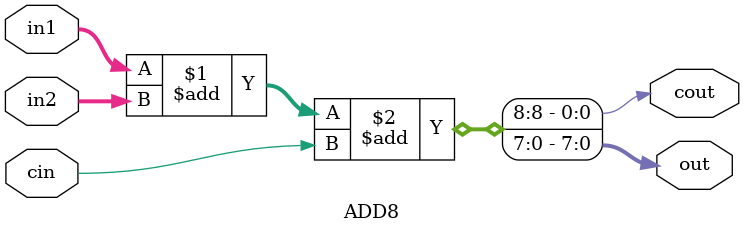
<source format=v>
module ADD8 #(parameter SIZE = 8)(input [SIZE-1:0] in1, in2, 
    input cin, output [SIZE-1:0] out, output cout);
assign {cout, out} = in1 + in2 + cin;
endmodule
</source>
